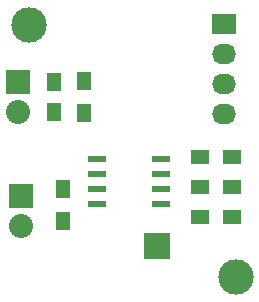
<source format=gts>
G04 #@! TF.FileFunction,Soldermask,Top*
%FSLAX46Y46*%
G04 Gerber Fmt 4.6, Leading zero omitted, Abs format (unit mm)*
G04 Created by KiCad (PCBNEW 4.0.1-2.201512121406+6195~38~ubuntu14.04.1-stable) date Thu 21 Apr 2016 07:43:07 PM CEST*
%MOMM*%
G01*
G04 APERTURE LIST*
%ADD10C,0.127000*%
%ADD11C,3.000000*%
%ADD12R,1.250000X1.500000*%
%ADD13R,2.032000X2.032000*%
%ADD14O,2.032000X2.032000*%
%ADD15R,1.300000X1.500000*%
%ADD16R,1.500000X1.300000*%
%ADD17R,1.550000X0.600000*%
%ADD18R,2.235200X2.235200*%
%ADD19R,2.032000X1.727200*%
%ADD20O,2.032000X1.727200*%
G04 APERTURE END LIST*
D10*
D11*
X169291000Y-102870000D03*
D12*
X153924000Y-86380000D03*
X153924000Y-88880000D03*
D13*
X150876000Y-86360000D03*
D14*
X150876000Y-88900000D03*
D13*
X151130000Y-96012000D03*
D14*
X151130000Y-98552000D03*
D15*
X154686000Y-98124000D03*
X154686000Y-95424000D03*
D16*
X168990000Y-97790000D03*
X166290000Y-97790000D03*
D15*
X156464000Y-88980000D03*
X156464000Y-86280000D03*
D16*
X168990000Y-92710000D03*
X166290000Y-92710000D03*
X166290000Y-95250000D03*
X168990000Y-95250000D03*
D17*
X162974000Y-96647000D03*
X162974000Y-95377000D03*
X162974000Y-94107000D03*
X162974000Y-92837000D03*
X157574000Y-92837000D03*
X157574000Y-94107000D03*
X157574000Y-95377000D03*
X157574000Y-96647000D03*
D18*
X162600000Y-100200000D03*
D11*
X151765000Y-81534000D03*
D19*
X168275000Y-81407000D03*
D20*
X168275000Y-83947000D03*
X168275000Y-86487000D03*
X168275000Y-89027000D03*
M02*

</source>
